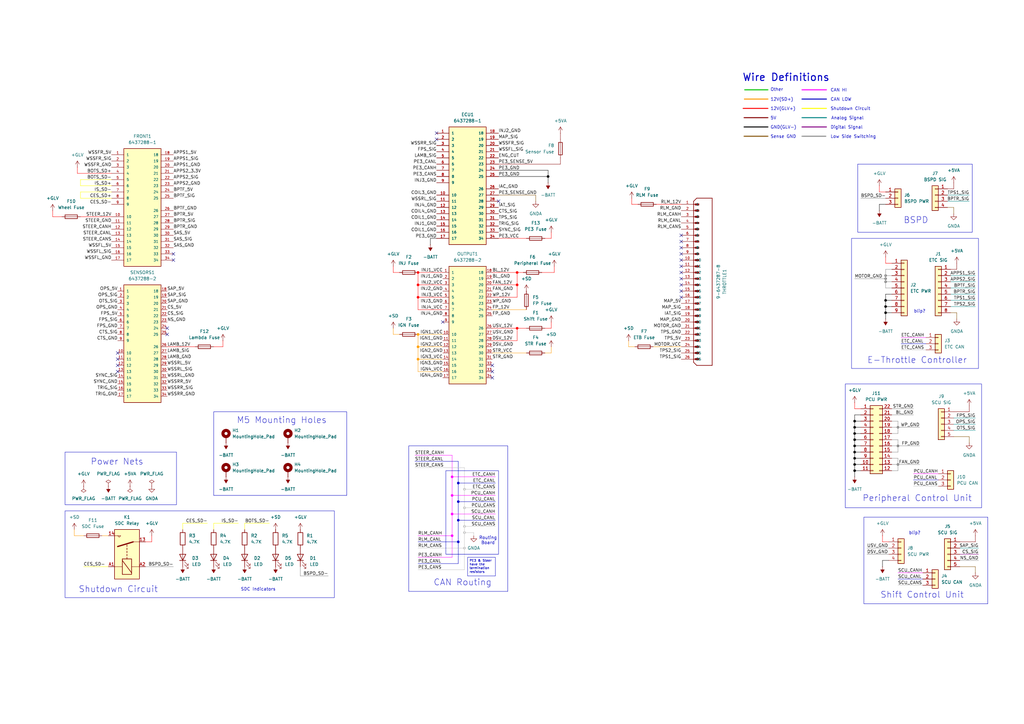
<source format=kicad_sch>
(kicad_sch (version 20231120) (generator "eeschema") (generator_version "8.0")
  (paper "A3")
  (junction (at 350.52 177.8) (color 0 0 0 1))
  (junction (at 350.52 187.96) (color 0 0 0 1))
  (junction (at 190.5 218.44) (color 194 194 194 1))
  (junction (at 212.09 116.84) (color 255 0 0 1))
  (junction (at 171.45 142.24) (color 255 153 0 1))
  (junction (at 363.22 125.73) (color 0 0 0 1))
  (junction (at 187.96 222.25) (color 0 0 194 1))
  (junction (at 350.52 190.5) (color 0 0 0 1))
  (junction (at 187.96 213.36) (color 0 0 194 1))
  (junction (at 190.5 224.79) (color 194 194 194 1))
  (junction (at 190.5 200.66) (color 194 194 194 1))
  (junction (at 350.52 172.72) (color 0 0 0 1))
  (junction (at 185.42 210.82) (color 255 0 255 1))
  (junction (at 190.5 208.28) (color 194 194 194 1))
  (junction (at 187.96 198.12) (color 0 0 194 1))
  (junction (at 185.42 203.2) (color 255 0 255 1))
  (junction (at 171.45 137.16) (color 255 153 0 1))
  (junction (at 350.52 180.34) (color 0 0 0 1))
  (junction (at 171.45 147.32) (color 255 153 0 1))
  (junction (at 368.3 190.5) (color 132 132 132 1))
  (junction (at 350.52 182.88) (color 0 0 0 1))
  (junction (at 212.09 134.62) (color 255 0 0 1))
  (junction (at 368.3 175.26) (color 132 132 132 1))
  (junction (at 350.52 175.26) (color 0 0 0 1))
  (junction (at 350.52 185.42) (color 0 0 0 1))
  (junction (at 363.22 113.03) (color 132 132 132 1))
  (junction (at 350.52 193.04) (color 0 0 0 1))
  (junction (at 363.22 128.27) (color 0 0 0 1))
  (junction (at 212.09 111.76) (color 255 0 0 1))
  (junction (at 368.3 182.88) (color 132 132 132 1))
  (junction (at 190.5 215.9) (color 194 194 194 1))
  (junction (at 171.45 116.84) (color 255 0 0 1))
  (junction (at 187.96 205.74) (color 0 0 194 1))
  (junction (at 171.45 111.76) (color 255 0 0 1))
  (junction (at 171.45 121.92) (color 255 0 0 1))
  (junction (at 363.22 114.3) (color 132 132 132 1))
  (junction (at 185.42 219.71) (color 255 0 255 1))
  (junction (at 185.42 195.58) (color 255 0 255 1))
  (junction (at 224.79 72.39) (color 0 0 0 1))
  (junction (at 363.22 123.19) (color 0 0 0 1))
  (junction (at 363.22 115.57) (color 132 132 132 1))
  (no_connect (at 279.4 99.06))
  (no_connect (at 179.07 54.61))
  (no_connect (at 48.26 149.86))
  (no_connect (at 71.12 104.14))
  (no_connect (at 279.4 111.76))
  (no_connect (at 201.93 149.86))
  (no_connect (at 279.4 109.22))
  (no_connect (at 201.93 152.4))
  (no_connect (at 279.4 101.6))
  (no_connect (at 279.4 104.14))
  (no_connect (at 201.93 154.94))
  (no_connect (at 279.4 116.84))
  (no_connect (at 48.26 147.32))
  (no_connect (at 68.58 137.16))
  (no_connect (at 279.4 119.38))
  (no_connect (at 279.4 96.52))
  (no_connect (at 48.26 152.4))
  (no_connect (at 279.4 114.3))
  (no_connect (at 279.4 106.68))
  (no_connect (at 279.4 121.92))
  (no_connect (at 181.61 132.08))
  (no_connect (at 71.12 106.68))
  (no_connect (at 48.26 144.78))
  (no_connect (at 204.47 82.55))
  (no_connect (at 179.07 57.15))
  (no_connect (at 68.58 134.62))
  (wire (pts (xy 400.05 120.65) (xy 389.89 120.65)) (stroke (width 0) (color 0 132 132 1)))
  (wire (pts (xy 391.16 85.09) (xy 388.62 85.09)) (stroke (width 0) (color 128 77 0 1)))
  (wire (pts (xy 71.12 232.41) (xy 59.69 232.41)) (stroke (width 0) (color 132 132 132 1)))
  (wire (pts (xy 350.52 187.96) (xy 353.06 187.96)) (stroke (width 0) (color 0 0 0 1)))
  (wire (pts (xy 350.52 172.72) (xy 350.52 170.18)) (stroke (width 0) (color 0 0 0 1)))
  (wire (pts (xy 171.45 127) (xy 181.61 127)) (stroke (width 0) (color 255 0 0 1)))
  (wire (pts (xy 204.47 72.39) (xy 224.79 72.39)) (stroke (width 0) (color 0 0 0 1)))
  (wire (pts (xy 190.5 218.44) (xy 190.5 224.79)) (stroke (width 0) (color 194 194 194 1)))
  (wire (pts (xy 353.06 81.28) (xy 363.22 81.28)) (stroke (width 0) (color 132 132 132 1)))
  (wire (pts (xy 350.52 187.96) (xy 350.52 185.42)) (stroke (width 0) (color 0 0 0 1)))
  (wire (pts (xy 392.43 128.27) (xy 389.89 128.27)) (stroke (width 0) (color 128 77 0 1)))
  (wire (pts (xy 203.2 198.12) (xy 187.96 198.12)) (stroke (width 0) (color 0 0 194 1)))
  (wire (pts (xy 190.5 218.44) (xy 190.5 215.9)) (stroke (width 0) (color 194 194 194 1)))
  (wire (pts (xy 33.02 76.2) (xy 45.72 76.2)) (stroke (width 0) (color 255 255 0 1)))
  (wire (pts (xy 363.22 110.49) (xy 365.76 110.49)) (stroke (width 0) (color 132 132 132 1)))
  (wire (pts (xy 190.5 215.9) (xy 190.5 208.28)) (stroke (width 0) (color 194 194 194 1)))
  (wire (pts (xy 360.68 83.82) (xy 363.22 83.82)) (stroke (width 0) (color 0 0 0 1)))
  (wire (pts (xy 204.47 69.85) (xy 224.79 69.85)) (stroke (width 0) (color 0 0 0 1)))
  (wire (pts (xy 393.7 222.25) (xy 400.05 222.25)) (stroke (width 0) (color 132 0 0 1)))
  (wire (pts (xy 384.81 194.31) (xy 374.65 194.31)) (stroke (width 0) (color 255 0 255 1)))
  (bus (pts (xy 328.93 55.88) (xy 338.709 55.88)) (stroke (width 0.4) (color 132 132 132 1)))
  (wire (pts (xy 33.02 81.28) (xy 45.72 81.28)) (stroke (width 0) (color 255 255 0 1)))
  (wire (pts (xy 203.2 215.9) (xy 190.5 215.9)) (stroke (width 0) (color 194 194 194 1)))
  (wire (pts (xy 363.22 114.3) (xy 363.22 113.03)) (stroke (width 0) (color 132 132 132 1)))
  (wire (pts (xy 21.59 88.9) (xy 25.4 88.9)) (stroke (width 0) (color 255 0 0 1)))
  (wire (pts (xy 187.96 198.12) (xy 187.96 205.74)) (stroke (width 0) (color 0 0 194 1)))
  (wire (pts (xy 30.48 219.71) (xy 34.29 219.71)) (stroke (width 0) (color 255 153 0 1)))
  (wire (pts (xy 171.45 224.79) (xy 190.5 224.79)) (stroke (width 0) (color 194 194 194 1)))
  (wire (pts (xy 363.22 107.95) (xy 363.22 105.41)) (stroke (width 0) (color 255 0 0 1)))
  (wire (pts (xy 368.3 177.8) (xy 365.76 177.8)) (stroke (width 0) (color 132 132 132 1)))
  (wire (pts (xy 171.45 116.84) (xy 181.61 116.84)) (stroke (width 0) (color 255 0 0 1)))
  (wire (pts (xy 204.47 67.31) (xy 229.87 67.31)) (stroke (width 0) (color 132 0 0 1)))
  (wire (pts (xy 350.52 165.1) (xy 350.52 167.64)) (stroke (width 0) (color 255 0 0 1)))
  (wire (pts (xy 350.52 193.04) (xy 353.06 193.04)) (stroke (width 0) (color 0 0 0 1)))
  (wire (pts (xy 171.45 137.16) (xy 181.61 137.16)) (stroke (width 0) (color 255 153 0 1)))
  (wire (pts (xy 350.52 177.8) (xy 353.06 177.8)) (stroke (width 0) (color 0 0 0 1)))
  (wire (pts (xy 203.2 208.28) (xy 190.5 208.28)) (stroke (width 0) (color 194 194 194 1)))
  (wire (pts (xy 350.52 175.26) (xy 353.06 175.26)) (stroke (width 0) (color 0 0 0 1)))
  (wire (pts (xy 397.51 80.01) (xy 388.62 80.01)) (stroke (width 0) (color 0 132 132 1)))
  (wire (pts (xy 227.33 109.22) (xy 227.33 111.76)) (stroke (width 0) (color 255 0 0 1)))
  (wire (pts (xy 187.96 189.23) (xy 187.96 198.12)) (stroke (width 0) (color 0 0 194 1)))
  (wire (pts (xy 190.5 191.77) (xy 170.18 191.77)) (stroke (width 0) (color 194 194 194 1)))
  (wire (pts (xy 171.45 222.25) (xy 187.96 222.25)) (stroke (width 0) (color 0 0 194 1)))
  (wire (pts (xy 185.42 195.58) (xy 203.2 195.58)) (stroke (width 0) (color 255 0 255 1)))
  (wire (pts (xy 33.02 88.9) (xy 45.72 88.9)) (stroke (width 0) (color 255 0 0 1)))
  (wire (pts (xy 361.95 229.87) (xy 364.49 229.87)) (stroke (width 0) (color 0 0 0 1)))
  (bus (pts (xy 305.181 48.26) (xy 314.96 48.26)) (stroke (width 0.4) (color 132 0 0 1)))
  (wire (pts (xy 363.22 128.27) (xy 365.76 128.27)) (stroke (width 0) (color 0 0 0 1)))
  (wire (pts (xy 269.24 83.82) (xy 279.4 83.82)) (stroke (width 0) (color 255 0 0 1)))
  (wire (pts (xy 226.06 97.79) (xy 226.06 95.25)) (stroke (width 0) (color 255 0 0 1)))
  (wire (pts (xy 350.52 193.04) (xy 350.52 190.5)) (stroke (width 0) (color 0 0 0 1)))
  (wire (pts (xy 185.42 210.82) (xy 185.42 203.2)) (stroke (width 0) (color 255 0 255 1)))
  (wire (pts (xy 355.6 224.79) (xy 364.49 224.79)) (stroke (width 0) (color 132 132 132 1)))
  (wire (pts (xy 33.02 73.66) (xy 33.02 76.2)) (stroke (width 0) (color 255 255 0 1)))
  (wire (pts (xy 368.3 180.34) (xy 365.76 180.34)) (stroke (width 0) (color 132 132 132 1)))
  (wire (pts (xy 41.91 219.71) (xy 44.45 219.71)) (stroke (width 0) (color 255 153 0 1)))
  (wire (pts (xy 171.45 147.32) (xy 171.45 152.4)) (stroke (width 0) (color 255 153 0 1)))
  (wire (pts (xy 224.79 74.93) (xy 224.79 72.39)) (stroke (width 0) (color 0 0 0 1)))
  (wire (pts (xy 185.42 219.71) (xy 185.42 210.82)) (stroke (width 0) (color 255 0 255 1)))
  (wire (pts (xy 185.42 228.6) (xy 185.42 219.71)) (stroke (width 0) (color 255 0 255 1)))
  (wire (pts (xy 350.52 177.8) (xy 350.52 175.26)) (stroke (width 0) (color 0 0 0 1)))
  (wire (pts (xy 368.3 172.72) (xy 365.76 172.72)) (stroke (width 0) (color 132 132 132 1)))
  (wire (pts (xy 212.09 116.84) (xy 212.09 121.92)) (stroke (width 0) (color 255 0 0 1)))
  (wire (pts (xy 397.51 179.07) (xy 391.16 179.07)) (stroke (width 0) (color 128 77 0 1)))
  (wire (pts (xy 31.75 68.58) (xy 31.75 71.12)) (stroke (width 0) (color 255 0 0 1)))
  (wire (pts (xy 363.22 118.11) (xy 365.76 118.11)) (stroke (width 0) (color 132 132 132 1)))
  (wire (pts (xy 201.93 116.84) (xy 212.09 116.84)) (stroke (width 0) (color 255 0 0 1)))
  (wire (pts (xy 368.3 187.96) (xy 368.3 190.5)) (stroke (width 0) (color 132 132 132 1)))
  (wire (pts (xy 368.3 185.42) (xy 365.76 185.42)) (stroke (width 0) (color 132 132 132 1)))
  (wire (pts (xy 360.68 78.74) (xy 360.68 76.2)) (stroke (width 0) (color 255 0 0 1)))
  (wire (pts (xy 185.42 186.69) (xy 170.18 186.69)) (stroke (width 0) (color 255 0 255 1)))
  (wire (pts (xy 203.2 213.36) (xy 187.96 213.36)) (stroke (width 0) (color 0 0 194 1)))
  (wire (pts (xy 87.63 214.63) (xy 87.63 217.17)) (stroke (width 0) (color 255 255 0 1)))
  (wire (pts (xy 374.65 170.18) (xy 365.76 170.18)) (stroke (width 0) (color 132 132 132 1)))
  (wire (pts (xy 187.96 213.36) (xy 187.96 222.25)) (stroke (width 0) (color 0 0 194 1)))
  (wire (pts (xy 185.42 203.2) (xy 185.42 195.58)) (stroke (width 0) (color 255 0 255 1)))
  (wire (pts (xy 388.62 77.47) (xy 391.16 77.47)) (stroke (width 0) (color 132 0 0 1)))
  (wire (pts (xy 379.73 138.43) (xy 369.57 138.43)) (stroke (width 0) (color 255 0 255 1)))
  (wire (pts (xy 355.6 227.33) (xy 364.49 227.33)) (stroke (width 0) (color 132 132 132 1)))
  (bus (pts (xy 305.435 36.83) (xy 314.96 36.83)) (stroke (width 0.4) (color 0 194 0 1)))
  (wire (pts (xy 392.43 130.81) (xy 392.43 128.27)) (stroke (width 0) (color 128 77 0 1)))
  (bus (pts (xy 305.181 52.07) (xy 314.96 52.07)) (stroke (width 0.4) (color 0 0 0 1)))
  (wire (pts (xy 368.3 190.5) (xy 377.19 190.5)) (stroke (width 0) (color 132 132 132 1)))
  (wire (pts (xy 226.06 132.08) (xy 226.06 134.62)) (stroke (width 0) (color 255 0 0 1)))
  (wire (pts (xy 62.23 222.25) (xy 59.69 222.25)) (stroke (width 0) (color 255 0 0 1)))
  (wire (pts (xy 257.81 139.7) (xy 257.81 142.24)) (stroke (width 0) (color 255 153 0 1)))
  (wire (pts (xy 350.52 170.18) (xy 353.06 170.18)) (stroke (width 0) (color 0 0 0 1)))
  (wire (pts (xy 259.08 83.82) (xy 261.62 83.82)) (stroke (width 0) (color 255 0 0 1)))
  (wire (pts (xy 187.96 222.25) (xy 187.96 231.14)) (stroke (width 0) (color 0 0 194 1)))
  (wire (pts (xy 363.22 107.95) (xy 365.76 107.95)) (stroke (width 0) (color 255 0 0 1)))
  (wire (pts (xy 368.3 172.72) (xy 368.3 175.26)) (stroke (width 0) (color 132 132 132 1)))
  (wire (pts (xy 363.22 128.27) (xy 363.22 125.73)) (stroke (width 0) (color 0 0 0 1)))
  (wire (pts (xy 190.5 233.68) (xy 190.5 224.79)) (stroke (width 0) (color 194 194 194 1)))
  (wire (pts (xy 201.93 134.62) (xy 212.09 134.62)) (stroke (width 0) (color 255 0 0 1)))
  (wire (pts (xy 201.93 127) (xy 215.9 127)) (stroke (width 0) (color 255 153 0 1)))
  (wire (pts (xy 391.16 87.63) (xy 391.16 85.09)) (stroke (width 0) (color 128 77 0 1)))
  (bus (pts (xy 304.8 44.45) (xy 314.96 44.45)) (stroke (width 0.4) (color 255 0 0 1)))
  (wire (pts (xy 350.52 167.64) (xy 353.06 167.64)) (stroke (width 0) (color 255 0 0 1)))
  (wire (pts (xy 363.22 120.65) (xy 365.76 120.65)) (stroke (width 0) (color 0 0 0 1)))
  (wire (pts (xy 171.45 111.76) (xy 181.61 111.76)) (stroke (width 0) (color 255 0 0 1)))
  (wire (pts (xy 379.73 140.97) (xy 369.57 140.97)) (stroke (width 0) (color 0 0 194 1)))
  (bus (pts (xy 328.93 36.83) (xy 338.963 36.83)) (stroke (width 0.4) (color 255 0 255 1)))
  (wire (pts (xy 203.2 205.74) (xy 187.96 205.74)) (stroke (width 0) (color 0 0 194 1)))
  (wire (pts (xy 379.73 143.51) (xy 369.57 143.51)) (stroke (width 0) (color 194 194 194 1)))
  (wire (pts (xy 400.05 123.19) (xy 389.89 123.19)) (stroke (width 0) (color 0 132 132 1)))
  (wire (pts (xy 161.29 137.16) (xy 163.83 137.16)) (stroke (width 0) (color 255 153 0 1)))
  (wire (pts (xy 391.16 168.91) (xy 397.51 168.91)) (stroke (width 0) (color 132 0 0 1)))
  (wire (pts (xy 171.45 147.32) (xy 181.61 147.32)) (stroke (width 0) (color 255 153 0 1)))
  (wire (pts (xy 171.45 219.71) (xy 185.42 219.71)) (stroke (width 0) (color 255 0 255 1)))
  (bus (pts (xy 328.93 44.45) (xy 338.963 44.45)) (stroke (width 0.4) (color 255 255 0 1)))
  (wire (pts (xy 363.22 123.19) (xy 363.22 120.65)) (stroke (width 0) (color 0 0 0 1)))
  (wire (pts (xy 368.3 182.88) (xy 368.3 185.42)) (stroke (width 0) (color 132 132 132 1)))
  (wire (pts (xy 393.7 227.33) (xy 401.32 227.33)) (stroke (width 0) (color 132 0 132 1)))
  (wire (pts (xy 368.3 182.88) (xy 377.19 182.88)) (stroke (width 0) (color 132 132 132 1)))
  (wire (pts (xy 161.29 134.62) (xy 161.29 137.16)) (stroke (width 0) (color 255 153 0 1)))
  (wire (pts (xy 368.3 180.34) (xy 368.3 182.88)) (stroke (width 0) (color 132 132 132 1)))
  (wire (pts (xy 91.44 142.24) (xy 91.44 139.7)) (stroke (width 0) (color 255 0 0 1)))
  (wire (pts (xy 400.05 125.73) (xy 389.89 125.73)) (stroke (width 0) (color 0 132 132 1)))
  (wire (pts (xy 368.3 190.5) (xy 368.3 193.04)) (stroke (width 0) (color 132 132 132 1)))
  (wire (pts (xy 401.32 224.79) (xy 393.7 224.79)) (stroke (width 0) (color 0 132 132 1)))
  (wire (pts (xy 363.22 113.03) (xy 365.76 113.03)) (stroke (width 0) (color 132 132 132 1)))
  (wire (pts (xy 350.52 180.34) (xy 353.06 180.34)) (stroke (width 0) (color 0 0 0 1)))
  (wire (pts (xy 187.96 205.74) (xy 187.96 213.36)) (stroke (width 0) (color 0 0 194 1)))
  (wire (pts (xy 171.45 121.92) (xy 171.45 127)) (stroke (width 0) (color 255 0 0 1)))
  (wire (pts (xy 229.87 54.61) (xy 229.87 57.15)) (stroke (width 0) (color 132 0 0 1)))
  (wire (pts (xy 350.52 190.5) (xy 350.52 187.96)) (stroke (width 0) (color 0 0 0 1)))
  (wire (pts (xy 378.46 234.95) (xy 368.3 234.95)) (stroke (width 0) (color 255 0 255 1)))
  (wire (pts (xy 384.81 199.39) (xy 374.65 199.39)) (stroke (width 0) (color 194 194 194 1)))
  (wire (pts (xy 171.45 233.68) (xy 190.5 233.68)) (stroke (width 0) (color 194 194 194 1)))
  (wire (pts (xy 190.5 218.44) (xy 194.31 218.44)) (stroke (width 0) (color 194 194 194 1)))
  (wire (pts (xy 123.19 236.22) (xy 134.62 236.22)) (stroke (width 0) (color 132 132 132 1)))
  (wire (pts (xy 194.31 218.44) (xy 194.31 219.71)) (stroke (width 0) (color 194 194 194 1)))
  (wire (pts (xy 204.47 97.79) (xy 215.9 97.79)) (stroke (width 0) (color 255 0 0 1)))
  (wire (pts (xy 171.45 142.24) (xy 181.61 142.24)) (stroke (width 0) (color 255 153 0 1)))
  (wire (pts (xy 363.22 123.19) (xy 365.76 123.19)) (stroke (width 0) (color 0 0 0 1)))
  (wire (pts (xy 74.93 214.63) (xy 74.93 217.17)) (stroke (width 0) (color 255 255 0 1)))
  (wire (pts (xy 100.33 214.63) (xy 100.33 217.17)) (stroke (width 0) (color 255 255 0 1)))
  (wire (pts (xy 171.45 142.24) (xy 171.45 147.32)) (stroke (width 0) (color 255 153 0 1)))
  (wire (pts (xy 226.06 97.79) (xy 223.52 97.79)) (stroke (width 0) (color 255 0 0 1)))
  (wire (pts (xy 350.52 175.26) (xy 350.52 172.72)) (stroke (width 0) (color 0 0 0 1)))
  (wire (pts (xy 350.52 172.72) (xy 353.06 172.72)) (stroke (width 0) (color 0 0 0 1)))
  (wire (pts (xy 350.52 195.58) (xy 350.52 193.04)) (stroke (width 0) (color 0 0 0 1)))
  (wire (pts (xy 361.95 222.25) (xy 364.49 222.25)) (stroke (width 0) (color 255 0 0 1)))
  (wire (pts (xy 392.43 110.49) (xy 392.43 107.95)) (stroke (width 0) (color 132 0 0 1)))
  (wire (pts (xy 360.68 86.36) (xy 360.68 83.82)) (stroke (width 0) (color 0 0 0 1)))
  (wire (pts (xy 361.95 232.41) (xy 361.95 229.87)) (stroke (width 0) (color 0 0 0 1)))
  (wire (pts (xy 33.02 78.74) (xy 33.02 81.28)) (stroke (width 0) (color 255 255 0 1)))
  (wire (pts (xy 91.44 142.24) (xy 87.63 142.24)) (stroke (width 0) (color 255 0 0 1)))
  (wire (pts (xy 400.05 113.03) (xy 389.89 113.03)) (stroke (width 0) (color 0 132 132 1)))
  (wire (pts (xy 161.29 111.76) (xy 161.29 109.22)) (stroke (width 0) (color 255 0 0 1)))
  (wire (pts (xy 227.33 111.76) (xy 222.25 111.76)) (stroke (width 0) (color 255 0 0 1)))
  (bus (pts (xy 328.93 40.64) (xy 338.963 40.64)) (stroke (width 0.4) (color 0 0 194 1)))
  (bus (pts (xy 305.308 40.64) (xy 314.96 40.64)) (stroke (width 0.4) (color 255 153 0 1)))
  (wire (pts (xy 171.45 137.16) (xy 171.45 142.24)) (stroke (width 0) (color 255 153 0 1)))
  (wire (pts (xy 363.22 114.3) (xy 363.22 115.57)) (stroke (width 0) (color 132 132 132 1)))
  (wire (pts (xy 368.3 175.26) (xy 377.19 175.26)) (stroke (width 0) (color 132 132 132 1)))
  (wire (pts (xy 190.5 200.66) (xy 190.5 191.77)) (stroke (width 0) (color 194 194 194 1)))
  (wire (pts (xy 185.42 195.58) (xy 185.42 186.69)) (stroke (width 0) (color 255 0 255 1)))
  (wire (pts (xy 30.48 217.17) (xy 30.48 219.71)) (stroke (width 0) (color 255 153 0 1)))
  (wire (pts (xy 201.93 139.7) (xy 212.09 139.7)) (stroke (width 0) (color 255 0 0 1)))
  (wire (pts (xy 171.45 111.76) (xy 171.45 116.84)) (stroke (width 0) (color 255 0 0 1)))
  (wire (pts (xy 171.45 152.4) (xy 181.61 152.4)) (stroke (width 0) (color 255 153 0 1)))
  (wire (pts (xy 74.93 214.63) (xy 85.09 214.63)) (stroke (width 0) (color 255 255 0 1)))
  (wire (pts (xy 171.45 121.92) (xy 181.61 121.92)) (stroke (width 0) (color 255 0 0 1)))
  (wire (pts (xy 161.29 111.76) (xy 163.83 111.76)) (stroke (width 0) (color 255 0 0 1)))
  (wire (pts (xy 21.59 86.36) (xy 21.59 88.9)) (stroke (width 0) (color 255 0 0 1)))
  (wire (pts (xy 100.33 214.63) (xy 110.49 214.63)) (stroke (width 0) (color 255 255 0 1)))
  (wire (pts (xy 368.3 193.04) (xy 365.76 193.04)) (stroke (width 0) (color 132 132 132 1)))
  (wire (pts (xy 203.2 210.82) (xy 185.42 210.82)) (stroke (width 0) (color 255 0 255 1)))
  (wire (pts (xy 393.7 232.41) (xy 400.05 232.41)) (stroke (width 0) (color 128 77 0 1)))
  (wire (pts (xy 170.18 189.23) (xy 187.96 189.23)) (stroke (width 0) (color 0 0 194 1)))
  (wire (pts (xy 363.22 113.03) (xy 363.22 110.49)) (stroke (width 0) (color 132 132 132 1)))
  (wire (pts (xy 393.7 229.87) (xy 401.32 229.87)) (stroke (width 0) (color 132 132 132 1)))
  (wire (pts (xy 87.63 214.63) (xy 97.79 214.63)) (stroke (width 0) (color 255 255 0 1)))
  (wire (pts (xy 201.93 111.76) (xy 212.09 111.76)) (stroke (width 0) (color 255 0 0 1)))
  (wire (pts (xy 360.68 78.74) (xy 363.22 78.74)) (stroke (width 0) (color 255 0 0 1)))
  (wire (pts (xy 368.3 175.26) (xy 368.3 177.8)) (stroke (width 0) (color 132 132 132 1)))
  (wire (pts (xy 219.71 82.55) (xy 219.71 80.01)) (stroke (width 0) (color 128 77 0 1)))
  (wire (pts (xy 397.51 181.61) (xy 397.51 179.07)) (stroke (width 0) (color 128 77 0 1)))
  (wire (pts (xy 378.46 237.49) (xy 368.3 237.49)) (stroke (width 0) (color 0 0 194 1)))
  (wire (pts (xy 363.22 125.73) (xy 365.76 125.73)) (stroke (width 0) (color 0 0 0 1)))
  (wire (pts (xy 171.45 228.6) (xy 185.42 228.6)) (stroke (width 0) (color 255 0 255 1)))
  (wire (pts (xy 226.06 144.78) (xy 223.52 144.78)) (stroke (width 0) (color 255 153 0 1)))
  (wire (pts (xy 45.72 73.66) (xy 33.02 73.66)) (stroke (width 0) (color 255 255 0 1)))
  (wire (pts (xy 350.52 185.42) (xy 353.06 185.42)) (stroke (width 0) (color 0 0 0 1)))
  (bus (pts (xy 328.93 48.26) (xy 338.963 48.26)) (stroke (width 0.4) (color 0 132 132 1)))
  (wire (pts (xy 187.96 231.14) (xy 171.45 231.14)) (stroke (width 0) (color 0 0 194 1)))
  (wire (pts (xy 259.08 81.28) (xy 259.08 83.82)) (stroke (width 0) (color 255 0 0 1)))
  (wire (pts (xy 214.63 111.76) (xy 212.09 111.76)) (stroke (width 0) (color 255 0 0 1)))
  (wire (pts (xy 350.52 114.3) (xy 363.22 114.3)) (stroke (width 0) (color 132 132 132 1)))
  (wire (pts (xy 350.52 185.42) (xy 350.52 182.88)) (stroke (width 0) (color 0 0 0 1)))
  (wire (pts (xy 363.22 130.81) (xy 363.22 128.27)) (stroke (width 0) (color 0 0 0 1)))
  (wire (pts (xy 34.29 232.41) (xy 44.45 232.41)) (stroke (width 0) (color 255 255 0 1)))
  (wire (pts (xy 391.16 171.45) (xy 400.05 171.45)) (stroke (width 0) (color 0 132 132 1)))
  (wire (pts (xy 397.51 168.91) (xy 397.51 166.37)) (stroke (width 0) (color 132 0 0 1)))
  (wire (pts (xy 190.5 208.28) (xy 190.5 200.66)) (stroke (width 0) (color 194 194 194 1)))
  (wire (pts (xy 400.05 118.11) (xy 389.89 118.11)) (stroke (width 0) (color 0 132 132 1)))
  (wire (pts (xy 226.06 134.62) (xy 223.52 134.62)) (stroke (width 0) (color 255 0 0 1)))
  (wire (pts (xy 176.53 100.33) (xy 176.53 97.79)) (stroke (width 0) (color 0 0 0 1)))
  (wire (pts (xy 62.23 219.71) (xy 62.23 222.25)) (stroke (width 0) (color 255 0 0 1)))
  (wire (pts (xy 68.58 142.24) (xy 80.01 142.24)) (stroke (width 0) (color 255 0 0 1)))
  (wire (pts (xy 363.22 125.73) (xy 363.22 123.19)) (stroke (width 0) (color 0 0 0 1)))
  (wire (pts (xy 363.22 115.57) (xy 365.76 115.57)) (stroke (width 0) (color 132 132 132 1)))
  (wire (pts (xy 368.3 182.88) (xy 365.76 182.88)) (stroke (width 0) (color 132 132 132 1)))
  (wire (pts (xy 45.72 78.74) (xy 33.02 78.74)) (stroke (width 0) (color 255 255 0 1)))
  (wire (pts (xy 363.22 115.57) (xy 363.22 118.11)) (stroke (width 0) (color 132 132 132 1)))
  (wire (pts (xy 368.3 190.5) (xy 365.76 190.5)) (stroke (width 0) (color 132 132 132 1)))
  (wire (pts (xy 229.87 67.31) (xy 229.87 64.77)) (stroke (width 0) (color 132 0 0 1)))
  (wire (pts (xy 350.52 180.34) (xy 350.52 177.8)) (stroke (width 0) (color 0 0 0 1)))
  (wire (pts (xy 368.3 175.26) (xy 365.76 175.26)) (stroke (width 0) (color 132 132 132 1)))
  (wire (pts (xy 176.53 97.79) (xy 179.07 97.79)) (stroke (width 0) (color 0 0 0 1)))
  (wire (pts (xy 171.45 116.84) (xy 171.45 121.92)) (stroke (width 0) (color 255 0 0 1)))
  (wire (pts (xy 215.9 134.62) (xy 212.09 134.62)) (stroke (width 0) (color 255 0 0 1)))
  (wire (pts (xy 203.2 203.2) (xy 185.42 203.2)) (stroke (width 0) (color 255 0 255 1)))
  (wire (pts (xy 203.2 200.66) (xy 190.5 200.66)) (stroke (width 0) (color 194 194 194 1)))
  (wire (pts (xy 361.95 222.25) (xy 361.95 219.71)) (stroke (width 0) (color 255 0 0 1)))
  (wire (pts (xy 391.16 176.53) (xy 400.05 176.53)) (stroke (width 0) (color 0 132 132 1)))
  (wire (pts (xy 201.93 144.78) (xy 215.9 144.78)) (stroke (width 0) (color 255 153 0 1)))
  (wire (pts (xy 368.3 187.96) (xy 365.76 187.96)) (stroke (width 0) (color 132 132 132 1)))
  (wire (pts (xy 212.09 134.62) (xy 212.09 139.7)) (stroke (width 0) (color 255 0 0 1)))
  (wire (pts (xy 400.05 234.95) (xy 400.05 232.41)) (stroke (width 0) (color 128 77 0 1)))
  (wire (pts (xy 374.65 167.64) (xy 365.76 167.64)) (stroke (width 0) (color 132 132 132 1)))
  (wire (pts (xy 350.52 190.5) (xy 353.06 190.5)) (stroke (width 0) (color 0 0 0 1)))
  (wire (pts (xy 226.06 142.24) (xy 226.06 144.78)) (stroke (width 0) (color 255 153 0 1)))
  (wire (pts (xy 219.71 80.01) (xy 204.47 80.01)) (stroke (width 0) (color 128 77 0 1)))
  (wire (pts (xy 350.52 182.88) (xy 350.52 180.34)) (stroke (width 0) (color 0 0 0 1)))
  (wire (pts (xy 201.93 121.92) (xy 212.09 121.92)) (stroke (width 0) (color 255 0 0 1)))
  (bus (pts (xy 328.93 52.07) (xy 338.963 52.07)) (stroke (width 0.4) (color 132 0 132 1)))
  (bus (pts (xy 305.181 55.88) (xy 314.96 55.88)) (stroke (width 0.4) (color 128 77 0 1)))
  (wire (pts (xy 123.19 232.41) (xy 123.19 236.22)) (stroke (width 0) (color 132 132 132 1)))
  (wire (pts (xy 267.97 142.24) (xy 279.4 142.24)) (stroke (width 0) (color 255 153 0 1)))
  (wire (pts (xy 212.09 111.76) (xy 212.09 116.84)) (stroke (width 0) (color 255 0 0 1)))
  (wire (pts (xy 400.05 115.57) (xy 389.89 115.57)) (stroke (width 0) (color 0 132 132 1)))
  (wire (pts (xy 224.79 69.85) (xy 224.79 72.39)) (stroke (width 0) (color 0 0 0 1)))
  (wire (pts (xy 391.16 77.47) (xy 391.16 74.93)) (stroke (width 0) (color 132 0 0 1)))
  (wire (pts (xy 391.16 173.99) (xy 400.05 173.99)) (stroke (width 0) (color 0 132 132 1)))
  (wire (pts (xy 392.43 110.49) (xy 389.89 110.49)) (stroke (width 0) (color 132 0 0 1)))
  (wire (pts (xy 397.51 82.55) (xy 388.62 82.55)) (stroke (width 0) (color 0 132 132 1)))
  (wire (pts (xy 257.81 142.24) (xy 260.35 142.24)) (stroke (width 0) (color 255 153 0 1)))
  (wire (pts (xy 378.46 240.03) (xy 368.3 240.03)) (stroke (width 0) (color 194 194 194 1)))
  (wire (pts (xy 31.75 71.12) (xy 45.72 71.12)) (stroke (width 0) (color 255 0 0 1)))
  (wire (pts (xy 384.81 196.85) (xy 374.65 196.85)) (stroke (width 0) (color 0 0 194 1)))
  (wire (pts (xy 350.52 182.88) (xy 353.06 182.88)) (stroke (width 0) (color 0 0 0 1)))
  (wire (pts (xy 400.05 222.25) (xy 400.05 219.71)) (stroke (width 0) (color 132 0 0 1)))
  (rectangle (start 346.71 157.48) (end 402.59 208.28))
  (rectangle (start 349.25 97.79) (end 401.32 151.13))
  (rectangle (start 351.79 67.31) (end 398.78 95.25))
  (rectangle (start 26.67 185.42) (end 72.39 207.01))
  (rectangle (start 182.88 193.04) (end 204.47 227.33))
  (rectangle (start 87.63 168.91) (end 142.24 203.2))
  (rectangle (start 167.64 182.88) (end 208.28 242.57))
  (rectangle (start 354.33 212.09) (end 405.13 247.65))
  (rectangle (start 26.67 209.55) (end 137.16 245.11))
  (text_box "PE3 & Steer\nhave the\ntermination\nresistors" (at 191.77 228.6 0) (size 11.43 7.62) (effects (font (size 0.9525 0.9525)) (justify left top)))
  (text "Shutdown Circuit" (at 48.514 241.808 0) (effects (font (size 2.54 2.54))))
  (text "BSPD" (at 375.666 90.424 0) (effects (font (size 2.54 2.54))))
  (text "Digital Signal" (at 340.614 53.086 0) (effects (font (size 1.27 1.27)) (justify left bottom)))
  (text "Power Nets" (at 48.006 189.484 0) (effects (font (size 2.54 2.54))))
  (text "12V(SD+)" (at 315.976 41.656 0) (effects (font (size 1.27 1.27)) (justify left bottom)))
  (text "Shutdown Circuit" (at 340.614 45.466 0) (effects (font (size 1.27 1.27)) (justify left bottom)))
  (text "Wire Definitions" (at 304.419 33.655 0) (effects (font (size 3 3) (thickness 0.4) (bold yes)) (justify left bottom)))
  (text "Low Side Switching" (at 340.614 56.896 0) (effects (font (size 1.27 1.27)) (justify left bottom)))
  (text "CAN Routing" (at 189.738 239.014 0) (effects (font (size 2.54 2.54))))
  (text "CAN HI" (at 340.614 37.846 0) (effects (font (size 1.27 1.27)) (justify left bottom)))
  (text "Peripheral Control Unit" (at 376.174 204.47 0) (effects (font (size 2.54 2.54))))
  (text "Other" (at 315.976 37.592 0) (effects (font (size 1.27 1.27)) (justify left bottom)))
  (text "Shift Control Unit" (at 378.206 244.094 0) (effects (font (size 2.54 2.54))))
  (text "E-Throttle Controller" (at 376.174 147.828 0) (effects (font (size 2.54 2.54))))
  (text "5V" (at 315.976 49.276 0) (effects (font (size 1.27 1.27)) (justify left bottom)))
  (text "M5 Mounting Holes" (at 115.57 172.466 0) (effects (font (size 2.54 2.54))))
  (text "Routing\nBoard" (at 200.152 221.742 0) (effects (font (size 1.27 1.27))))
  (text "blip?\n" (at 377.19 127.762 0) (effects (font (size 1.27 1.27))))
  (text "Analog Signal" (at 340.868 49.276 0) (effects (font (size 1.27 1.27)) (justify left bottom)))
  (text "Sense GND" (at 315.976 56.896 0) (effects (font (size 1.27 1.27)) (justify left bottom)))
  (text "SDC Indicators" (at 105.918 241.808 0) (effects (font (size 1.27 1.27))))
  (text "CAN LOW" (at 340.614 41.656 0) (effects (font (size 1.27 1.27)) (justify left bottom)))
  (text "blip?\n" (at 375.158 218.694 0) (effects (font (size 1.27 1.27))))
  (text "GND(GLV-)" (at 315.976 53.086 0) (effects (font (size 1.27 1.27)) (justify left bottom)))
  (text "12V(GLV+)" (at 315.976 45.466 0) (effects (font (size 1.27 1.27)) (justify left bottom)))
  (label "INJ2_VCC" (at 181.61 116.84 180))
  (label "SCU_CANS" (at 203.2 215.9 180))
  (label "INJ1_VCC" (at 181.61 111.76 180))
  (label "SAP_GND" (at 68.58 124.46 0))
  (label "CS_5V" (at 68.58 127 0))
  (label "BSPD_SD-" (at 71.12 232.41 180))
  (label "WSSFL_SIG" (at 45.72 104.14 180))
  (label "IS_SD+" (at 45.72 76.2 180))
  (label "STR_VCC" (at 201.93 144.78 0))
  (label "USV_GND" (at 355.6 224.79 0))
  (label "IGN1_VCC" (at 181.61 137.16 180))
  (label "WSSRR_5V" (at 68.58 157.48 0))
  (label "CES_SD-" (at 45.72 83.82 180))
  (label "CS_SIG" (at 401.32 227.33 180))
  (label "BSPD_SD-" (at 353.06 81.28 0))
  (label "OTS_SIG" (at 48.26 124.46 180))
  (label "PE3_GND" (at 204.47 69.85 0))
  (label "USV_GND" (at 201.93 137.16 0))
  (label "BPTR_5V" (at 71.12 88.9 0))
  (label "PE3_CANL" (at 179.07 67.31 180))
  (label "IGN4_GND" (at 181.61 154.94 180))
  (label "IS_SD-" (at 45.72 78.74 180))
  (label "ETC_CANS" (at 203.2 200.66 180))
  (label "FPS_SIG" (at 400.05 171.45 180))
  (label "SCU_CANS" (at 368.3 240.03 0))
  (label "RLM_CANS" (at 171.45 224.79 0))
  (label "LAMB_SIG" (at 179.07 64.77 180))
  (label "STEER_CANH" (at 45.72 93.98 180))
  (label "IAT_SIG" (at 204.47 85.09 0))
  (label "COIL4_GND" (at 179.07 87.63 180))
  (label "CES_SD-" (at 34.29 232.41 0))
  (label "CTS_SIG" (at 204.47 87.63 0))
  (label "FPS_GND" (at 48.26 134.62 180))
  (label "LAMB_GND" (at 68.58 147.32 0))
  (label "FP_12V" (at 201.93 127 0))
  (label "APPS1_SIG" (at 71.12 66.04 0))
  (label "INJ1_GND" (at 179.07 92.71 180))
  (label "IGN3_GND" (at 181.61 149.86 180))
  (label "INJ3_GND" (at 181.61 124.46 180))
  (label "APPS1_5V" (at 71.12 63.5 0))
  (label "INJ3_GND" (at 179.07 74.93 180))
  (label "ETC_CANH" (at 369.57 138.43 0))
  (label "FPS_SIG" (at 48.26 132.08 180))
  (label "SAP_SIG" (at 68.58 121.92 0))
  (label "WP_GND" (at 201.93 124.46 0))
  (label "APPS2_SIG" (at 71.12 73.66 0))
  (label "INJ2_GND" (at 181.61 119.38 180))
  (label "RLM_CANL" (at 171.45 222.25 0))
  (label "NS_GND" (at 68.58 132.08 0))
  (label "IAT_SIG" (at 279.4 129.54 180))
  (label "PE3_CANH" (at 171.45 228.6 0))
  (label "INJ1_GND" (at 181.61 114.3 180))
  (label "TPS1_SIG" (at 279.4 147.32 180))
  (label "COIL1_GND" (at 179.07 95.25 180))
  (label "SYNC_SIG" (at 48.26 154.94 180))
  (label "CTS_GND" (at 48.26 139.7 180))
  (label "STR_GND" (at 374.65 167.64 180))
  (label "TPS2_SIG" (at 279.4 144.78 180))
  (label "LAMB_12V" (at 68.58 142.24 0))
  (label "SAP_5V" (at 68.58 119.38 0))
  (label "TPS2_SIG" (at 400.05 125.73 180))
  (label "RLM_CANH" (at 279.4 88.9 180))
  (label "WSSFR_SIG" (at 204.47 59.69 0))
  (label "IGN2_GND" (at 181.61 144.78 180))
  (label "APPS2_SIG" (at 400.05 115.57 180))
  (label "WSSRL_SIG" (at 179.07 82.55 180))
  (label "INJ3_VCC" (at 181.61 121.92 180))
  (label "STEER_12V" (at 45.72 88.9 180))
  (label "PCU_CANL" (at 374.65 196.85 0))
  (label "OPS_SIG" (at 400.05 173.99 180))
  (label "CS_SIG" (at 68.58 129.54 0))
  (label "ENG_CUT" (at 204.47 64.77 0))
  (label "WSSRL_5V" (at 68.58 149.86 0))
  (label "SAP_SIG" (at 401.32 224.79 180))
  (label "IGN3_VCC" (at 181.61 147.32 180))
  (label "STR_GND" (at 201.93 147.32 0))
  (label "TRIG_SIG" (at 204.47 92.71 0))
  (label "BPTR_SIG" (at 397.51 82.55 180))
  (label "SCU_CANH" (at 203.2 210.82 180))
  (label "IGN2_VCC" (at 181.61 142.24 180))
  (label "WP_12V" (at 201.93 121.92 0))
  (label "IGN4_VCC" (at 181.61 152.4 180))
  (label "WSSFR_SIG" (at 45.72 66.04 180))
  (label "OPS_GND" (at 48.26 127 180))
  (label "INJ4_GND" (at 179.07 85.09 180))
  (label "NS_GND" (at 401.32 229.87 180))
  (label "PE3_CANL" (at 171.45 231.14 0))
  (label "SYNC_SIG" (at 204.47 95.25 0))
  (label "PE3_GND" (at 204.47 72.39 0))
  (label "WSSRR_GND" (at 68.58 162.56 0))
  (label "TRIG_SIG" (at 48.26 160.02 180))
  (label "CES_SD-" (at 85.09 214.63 180))
  (label "TPS_SIG" (at 204.47 90.17 0))
  (label "APPS2_GND" (at 71.12 76.2 0))
  (label "PE3_VCC" (at 204.47 97.79 0))
  (label "ETC_CANS" (at 369.57 143.51 0))
  (label "SCU_CANL" (at 368.3 237.49 0))
  (label "SAS_SIG" (at 71.12 99.06 0))
  (label "OTS_SIG" (at 400.05 176.53 180))
  (label "ETC_CANL" (at 369.57 140.97 0))
  (label "PE3_CANH" (at 179.07 69.85 180))
  (label "DSV_GND" (at 355.6 227.33 0))
  (label "RLM_GND" (at 279.4 86.36 180))
  (label "PCU_CANH" (at 374.65 194.31 0))
  (label "BL_GND" (at 201.93 114.3 0))
  (label "COIL3_GND" (at 179.07 80.01 180))
  (label "WSSFL_GND" (at 45.72 106.68 180))
  (label "WSSFR_GND" (at 45.72 68.58 180))
  (label "MOTOR_GND" (at 350.52 114.3 0))
  (label "DSV_GND" (at 201.93 142.24 0))
  (label "APPS1_GND" (at 71.12 68.58 0))
  (label "BPTF_GND" (at 71.12 86.36 0))
  (label "WSSRR_SIG" (at 179.07 59.69 180))
  (label "BPTF_SIG" (at 71.12 81.28 0))
  (label "PE3_CANS" (at 179.07 72.39 180))
  (label "OPS_5V" (at 48.26 119.38 180))
  (label "BPTR_SIG" (at 400.05 120.65 180))
  (label "SYNC_GND" (at 48.26 157.48 180))
  (label "WSSFR_5V" (at 45.72 63.5 180))
  (label "RLM_12V" (at 279.4 83.82 180))
  (label "PE3_SENSE_5V" (at 204.47 67.31 0))
  (label "BPTR_SIG" (at 71.12 91.44 0))
  (label "WSSRL_SIG" (at 68.58 152.4 0))
  (label "OPS_SIG" (at 48.26 121.92 180))
  (label "STEER_CANL" (at 45.72 96.52 180))
  (label "APPS2_3.3V" (at 71.12 71.12 0))
  (label "USV_12V" (at 201.93 134.62 0))
  (label "BOTS_SD-" (at 45.72 73.66 180))
  (label "IAC_GND" (at 204.47 77.47 0))
  (label "TPS1_SIG" (at 400.05 123.19 180))
  (label "TPS_GND" (at 279.4 137.16 180))
  (label "FAN_GND" (at 377.19 190.5 180))
  (label "MOTOR_VCC" (at 279.4 142.24 180))
  (label "MAP_5V" (at 279.4 124.46 180))
  (label "TPS1_SIG" (at 397.51 80.01 180))
  (label "BL_12V" (at 201.93 111.76 0))
  (label "FAN_GND" (at 201.93 119.38 0))
  (label "STEER_CANS" (at 45.72 99.06 180))
  (label "BPTR_GND" (at 71.12 93.98 0))
  (label "BPTF_5V" (at 71.12 78.74 0))
  (label "COIL1_GND" (at 179.07 90.17 180))
  (label "PCU_CANS" (at 203.2 208.28 180))
  (label "SAS_5V" (at 71.12 96.52 0))
  (label "PE3_GND" (at 179.07 97.79 180))
  (label "STEER_CANH" (at 170.18 186.69 0))
  (label "FPS_SIG" (at 179.07 62.23 180))
  (label "DSV_12V" (at 201.93 139.7 0))
  (label "STEER_CANL" (at 170.18 189.23 0))
  (label "WP_GND" (at 377.19 175.26 180))
  (label "RLM_CANS" (at 279.4 93.98 180))
  (label "PE3_SENSE_GND" (at 204.47 80.01 0))
  (label "WSSRR_SIG" (at 68.58 160.02 0))
  (label "PCU_CANH" (at 203.2 203.2 180))
  (label "SCU_CANH" (at 368.3 234.95 0))
  (label "LAMB_SIG" (at 68.58 144.78 0))
  (label "FPS_5V" (at 48.26 129.54 180))
  (label "INJ4_VCC" (at 181.61 127 180))
  (label "ETC_CANH" (at 203.2 195.58 180))
  (label "PCU_CANL" (at 203.2 205.74 180))
  (label "MAP_GND" (at 279.4 132.08 180))
  (label "BOTS_SD-" (at 110.49 214.63 180))
  (label "BPTF_SIG" (at 400.05 118.11 180))
  (label "RLM_CANL" (at 279.4 91.44 180))
  (label "ETC_CANL" (at 203.2 198.12 180))
  (label "BOTS_SD+" (at 45.72 71.12 180))
  (label "FAN_12V" (at 201.93 116.84 0))
  (label "WSSFL_SIG" (at 204.47 62.23 0))
  (label "PE3_CANS" (at 171.45 233.68 0))
  (label "BSPD_SD-" (at 134.62 236.22 180))
  (label "STEER_CANS" (at 170.18 191.77 0))
  (label "WSSFL_5V" (at 45.72 101.6 180))
  (label "MAP_SIG" (at 279.4 127 180))
  (label "TRIG_GND" (at 48.26 162.56 180))
  (label "BL_GND" (at 374.65 170.18 180))
  (label "FP_GND" (at 201.93 129.54 0))
  (label "INJ4_GND" (at 181.61 129.54 180))
  (label "SCU_CANL" (at 203.2 213.36 180))
  (label "PCU_CANS" (at 374.65 199.39 0))
  (label "CTS_SIG" (at 48.26 137.16 180))
  (label "MOTOR_GND" (at 279.4 134.62 180))
  (label "TPS_5V" (at 279.4 139.7 180))
  (label "IGN1_GND" (at 181.61 139.7 180))
  (label "MAP_SIG" (at 204.47 57.15 0))
  (label "RLM_CANH" (at 171.45 219.71 0))
  (label "CES_SD+" (at 45.72 81.28 180))
  (label "WSSRL_GND" (at 68.58 154.94 0))
  (label "STEER_GND" (at 45.72 91.44 180))
  (label "FP_GND" (at 377.19 182.88 180))
  (label "APPS1_SIG" (at 400.05 113.03 180))
  (label "SAS_GND" (at 71.12 101.6 0))
  (label "IS_SD-" (at 97.79 214.63 180))
  (label "INJ2_GND" (at 204.47 54.61 0))
  (symbol (lib_id "power:-BATT") (at 100.33 232.41 180) (unit 1)
    (property "Reference" "#PWR043" (effects (hide yes)))
    (property "Value" "-BATT" (at 100.33 237.49 0))
    (property "Description" "Power symbol creates a global label with name \"-BATT\"" (effects (hide yes)))
  )
  (symbol (lib_id "power:+VSW") (at 31.75 68.58 0) (mirror y) (unit 1)
    (property "Reference" "#PWR013" (effects (hide yes)))
    (property "Value" "+GLV" (at 31.75 63.5 0))
    (property "Description" "Power symbol creates a global label with name \"+VSW\"" (effects (hide yes)))
  )
  (symbol (lib_id "Device:Fuse") (at 219.71 97.79 90) (mirror x) (unit 1)
    (property "Reference" "F13" (at 219.71 91.44 90))
    (property "Value" "PE3 Fuse" (at 219.71 93.98 90))
    (property "Footprint" "Fuse:Fuseholder_Blade_Mini_Keystone_3568" (effects (hide yes)))
    (property "Description" "Fuse" (effects (hide yes)))
  )
  (symbol (lib_id "Connector_Generic:Conn_01x08") (at 384.81 118.11 0) (mirror y) (unit 1)
    (property "Reference" "J1" (at 384.81 104.14 0))
    (property "Value" "ETC SIG" (at 384.81 106.68 0))
    (property "Footprint" "Connector_PinSocket_2.54mm:PinSocket_1x08_P2.54mm_Vertical" (effects (hide yes)))
    (property "Description" "Generic connector, single row, 01x08, script generated (kicad-library-utils/schlib/autogen/connector/)" (effects (hide yes)))
  )
  (symbol (lib_id "power:-BATT") (at 74.93 232.41 180) (unit 1)
    (property "Reference" "#PWR044" (effects (hide yes)))
    (property "Value" "-BATT" (at 74.93 237.49 0))
    (property "Description" "Power symbol creates a global label with name \"-BATT\"" (effects (hide yes)))
  )
  (symbol (lib_id "Connector_Generic:Conn_01x04") (at 383.54 80.01 0) (mirror y) (unit 1)
    (property "Reference" "J7" (at 383.54 71.12 0))
    (property "Value" "BSPD SIG" (at 383.54 73.66 0))
    (property "Footprint" "Connector_PinSocket_2.54mm:PinSocket_1x04_P2.54mm_Vertical" (effects (hide yes)))
    (property "Description" "Generic connector, single row, 01x04, script generated (kicad-library-utils/schlib/autogen/connector/)" (effects (hide yes)))
  )
  (symbol (lib_id "power:-BATT") (at 92.71 195.58 180) (unit 1)
    (property "Reference" "#PWR038" (effects (hide yes)))
    (property "Value" "-BATT" (at 92.71 200.66 0))
    (property "Description" "Power symbol creates a global label with name \"-BATT\"" (effects (hide yes)))
  )
  (symbol (lib_id "power:PWR_FLAG") (at 44.45 199.39 0) (mirror y) (unit 1)
    (property "Reference" "#FLG02" (effects (hide yes)))
    (property "Value" "PWR_FLAG" (at 44.45 194.31 0))
    (property "Description" "Special symbol for telling ERC where power comes from" (effects (hide yes)))
  )
  (symbol (lib_id "Device:Fuse") (at 29.21 88.9 90) (mirror x) (unit 1)
    (property "Reference" "F10" (at 29.21 82.55 90))
    (property "Value" "Wheel Fuse" (at 29.21 85.09 90))
    (property "Footprint" "Fuse:Fuseholder_Blade_Mini_Keystone_3568" (effects (hide yes)))
    (property "Description" "Fuse" (effects (hide yes)))
  )
  (symbol (lib_id "power:GNDA") (at 219.71 82.55 0) (unit 1)
    (property "Reference" "#PWR027" (effects (hide yes)))
    (property "Value" "GNDA" (at 219.71 87.63 0))
    (property "Description" "Power symbol creates a global label with name \"GNDA\" , analog ground" (effects (hide yes)))
  )
  (symbol (lib_id "power:+5VA") (at 229.87 54.61 0) (unit 1)
    (property "Reference" "#PWR048" (effects (hide yes)))
    (property "Value" "+5VA" (at 229.87 49.53 0))
    (property "Description" "Power symbol creates a global label with name \"+5VA\"" (effects (hide yes)))
  )
  (symbol (lib_id "power:-BATT") (at 224.79 74.93 180) (unit 1)
    (property "Reference" "#PWR028" (effects (hide yes)))
    (property "Value" "-BATT" (at 224.79 80.01 0))
    (property "Description" "Power symbol creates a global label with name \"-BATT\"" (effects (hide yes)))
  )
  (symbol (lib_id "power:+VSW") (at 62.23 219.71 0) (unit 1)
    (property "Reference" "#PWR014" (effects (hide yes)))
    (property "Value" "+GLV" (at 62.23 214.63 0))
    (property "Description" "Power symbol creates a global label with name \"+VSW\"" (effects (hide yes)))
  )
  (symbol (lib_id "Device:LED") (at 74.93 228.6 90) (unit 1)
    (property "Reference" "D3" (at 78.74 228.9174 90) (effects (justify right)))
    (property "Value" "LED" (at 78.74 231.4574 90) (effects (justify right)))
    (property "Footprint" "LED_SMD:LED_0603_1608Metric" (effects (hide yes)))
    (property "Description" "Light emitting diode" (effects (hide yes)))
  )
  (symbol (lib_id "power:+VSW") (at 363.22 105.41 0) (unit 1)
    (property "Reference" "#PWR022" (effects (hide yes)))
    (property "Value" "+GLV" (at 363.22 100.33 0))
    (property "Description" "Power symbol creates a global label with name \"+VSW\"" (effects (hide yes)))
  )
  (symbol (lib_id "power:GNDA") (at 62.23 199.39 0) (unit 1)
    (property "Reference" "#PWR019" (effects (hide yes)))
    (property "Value" "GNDA" (at 62.23 204.47 0))
    (property "Description" "Power symbol creates a global label with name \"GNDA\" , analog ground" (effects (hide yes)))
  )
  (symbol (lib_id "Device:R") (at 100.33 220.98 0) (unit 1)
    (property "Reference" "R2" (at 102.87 219.7099 0) (effects (justify left)))
    (property "Value" "4.7K" (at 102.87 222.2499 0) (effects (justify left)))
    (property "Description" "Resistor" (effects (hide yes)))
  )
  (symbol (lib_id "Connector_Generic:Conn_01x09") (at 370.84 118.11 0) (unit 1)
    (property "Reference" "J2" (at 373.38 116.8399 0) (effects (justify left)))
    (property "Value" "ETC PWR" (at 373.38 119.3799 0) (effects (justify left)))
    (property "Footprint" "Connector_PinSocket_2.54mm:PinSocket_1x09_P2.54mm_Vertical" (effects (hide yes)))
    (property "Description" "Generic connector, single row, 01x09, script generated (kicad-library-utils/schlib/autogen/connector/)" (effects (hide yes)))
  )
  (symbol (lib_id "power:PWR_FLAG") (at 62.23 199.39 0) (mirror y) (unit 1)
    (property "Reference" "#FLG03" (effects (hide yes)))
    (property "Value" "PWR_FLAG" (at 62.23 194.31 0))
    (property "Description" "Special symbol for telling ERC where power comes from" (effects (hide yes)))
  )
  (symbol (lib_id "Mechanical:MountingHole_Pad") (at 118.11 193.04 0) (unit 1) (exclude_from_sim yes) (in_bom no)
    (property "Reference" "H4" (at 120.65 190.4999 0) (effects (justify left)))
    (property "Value" "MountingHole_Pad" (at 120.65 193.0399 0) (effects (justify left)))
    (property "Footprint" "MountingHole:MountingHole_5.3mm_M5_Pad" (effects (hide yes)))
    (property "Description" "Mounting Hole with connection" (effects (hide yes)))
  )
  (symbol (lib_id "Device:Fuse") (at 215.9 123.19 0) (unit 1)
    (property "Reference" "F5" (at 218.44 121.9199 0) (effects (justify left)))
    (property "Value" "FP Fuse" (at 218.44 124.4599 0) (effects (justify left)))
    (property "Footprint" "Fuse:Fuseholder_Blade_Mini_Keystone_3568" (effects (hide yes)))
    (property "Description" "Fuse" (effects (hide yes)))
  )
  (symbol (lib_id "power:-BATT") (at 176.53 100.33 180) (unit 1)
    (property "Reference" "#PWR029" (effects (hide yes)))
    (property "Value" "-BATT" (at 176.53 105.41 0))
    (property "Description" "Power symbol creates a global label with name \"-BATT\"" (effects (hide yes)))
  )
  (symbol (lib_id "power:GNDA") (at 400.05 234.95 0) (unit 1)
    (property "Reference" "#PWR037" (effects (hide yes)))
    (property "Value" "GNDA" (at 400.05 240.03 0))
    (property "Description" "Power symbol creates a global label with name \"GNDA\" , analog ground" (effects (hide yes)))
  )
  (symbol (lib_id "6437288-2:6437288-2") (at 58.42 139.7 0) (unit 1)
    (property "Reference" "SENSORS1" (at 58.42 111.76 0))
    (property "Value" "6437288-2" (at 58.42 114.3 0))
    (property "Footprint" "TE_6437288-2" (effects (hide yes)))
    (property "COMMENT" "6437288-2" (effects (hide yes)))
    (property "MF" "TE Connectivity" (effects (hide yes)))
    (property "DESCRIPTION" "Conn Wire to Board RCP 34 POS 1.5mm Solder RA Thru-Hole Automotive Tube" (effects (hide yes)))
    (property "PACKAGE" "None" (effects (hide yes)))
    (property "PRICE" "None" (effects (hide yes)))
    (property "TE_PURCHASE_URL" "https://www.te.com/usa-en/product-6437288-2.html?te_bu=Cor&te_type=disp&te_campaign=seda_glo_cor-seda-global-disp-prtnr-fy19-seda-model-bom-cta_sma-317_1&elqCampaignId=32493" (effects (hide yes)))
    (property "PARTREV" "A1" (effects (hide yes)))
    (property "MP" "6437288-2" (effects (hide yes)))
    (property "EU_ROHS_COMPLIANCE" "Compliant" (effects (hide yes)))
    (property "AVAILABILITY" "Unavailable" (effects (hide yes)))
  )
  (symbol (lib_id "9-6437287-8:9-6437287-8") (at 284.48 114.3 0) (unit 1)
    (property "Reference" "THROTTLE1" (at 297.18 115.57 90))
    (property "Value" "9-6437287-8" (at 294.64 115.57 90))
    (property "Footprint" "TE_9-6437287-8" (effects (hide yes)))
    (property "PARTREV" "A1" (effects (hide yes)))
    (property "MANUFACTURER" "TE Connectivity" (effects (hide yes)))
    (property "MAXIMUM_PACKAGE_HEIGHT" "28.15 mm" (effects (hide yes)))
    (property "STANDARD" "Manufacturer recommendations" (effects (hide yes)))
  )
  (symbol (lib_id "Device:Fuse") (at 167.64 137.16 90) (unit 1)
    (property "Reference" "F3" (at 167.64 130.81 90))
    (property "Value" "IGN Fuse" (at 167.64 133.35 90))
    (property "Footprint" "Fuse:Fuseholder_Blade_Mini_Keystone_3568" (effects (hide yes)))
    (property "Description" "Fuse" (effects (hide yes)))
  )
  (symbol (lib_id "power:-BATT") (at 92.71 181.61 180) (unit 1)
    (property "Reference" "#PWR040" (effects (hide yes)))
    (property "Value" "-BATT" (at 92.71 186.69 0))
    (property "Description" "Power symbol creates a global label with name \"-BATT\"" (effects (hide yes)))
  )
  (symbol (lib_id "Relay:Relay_SPST-NO") (at 52.07 227.33 90) (unit 1)
    (property "Reference" "K1" (at 52.07 212.09 90))
    (property "Value" "SDC Relay" (at 52.07 214.63 90))
    (property "Footprint" "Relay_THT:Relay_SPST_Zettler-AZSR131" (effects (hide yes)))
    (property "Description" "Relay SPST, Normally Open, EN50005" (effects (hide yes)))
  )
  (symbol (lib_id "Device:LED") (at 100.33 228.6 90) (unit 1)
    (property "Reference" "D2" (at 104.14 228.9174 90) (effects (justify right)))
    (property "Value" "LED" (at 104.14 231.4574 90) (effects (justify right)))
    (property "Footprint" "LED_SMD:LED_0603_1608Metric" (effects (hide yes)))
    (property "Description" "Light emitting diode" (effects (hide yes)))
  )
  (symbol (lib_id "power:+VSW") (at 34.29 199.39 0) (mirror y) (unit 1)
    (property "Reference" "#PWR017" (effects (hide yes)))
    (property "Value" "+GLV" (at 34.29 194.31 0))
    (property "Description" "Power symbol creates a global label with name \"+VSW\"" (effects (hide yes)))
  )
  (symbol (lib_id "Device:LED") (at 113.03 228.6 90) (unit 1)
    (property "Reference" "D5" (at 116.84 228.9174 90) (effects (justify right)))
    (property "Value" "LED" (at 116.84 231.4574 90) (effects (justify right)))
    (property "Footprint" "LED_SMD:LED_0603_1608Metric" (effects (hide yes)))
    (property "Description" "Light emitting diode" (effects (hide yes)))
  )
  (symbol (lib_id "power:+VSW") (at 123.19 217.17 0) (unit 1)
    (property "Reference" "#PWR042" (effects (hide yes)))
    (property "Value" "+GLV" (at 123.19 212.09 0))
    (property "Description" "Power symbol creates a global label with name \"+VSW\"" (effects (hide yes)))
  )
  (symbol (lib_id "power:+VSW") (at 215.9 119.38 0) (unit 1)
    (property "Reference" "#PWR04" (effects (hide yes)))
    (property "Value" "+SD" (at 215.9 114.3 0))
    (property "Description" "Power symbol creates a global label with name \"+VSW\"" (effects (hide yes)))
  )
  (symbol (lib_id "power:PWR_FLAG") (at 34.29 199.39 0) (mirror x) (unit 1)
    (property "Reference" "#FLG01" (effects (hide yes)))
    (property "Value" "PWR_FLAG" (at 34.29 204.47 0))
    (property "Description" "Special symbol for telling ERC where power comes from" (effects (hide yes)))
  )
  (symbol (lib_id "Connector_Generic:Conn_01x05") (at 386.08 173.99 0) (mirror y) (unit 1)
    (property "Reference" "J9" (at 386.08 162.56 0))
    (property "Value" "SCU SIG" (at 386.08 165.1 0))
    (property "Footprint" "Connector_PinSocket_2.54mm:PinSocket_1x05_P2.54mm_Vertical" (effects (hide yes)))
    (property "Description" "Generic connector, single row, 01x05, script generated (kicad-library-utils/schlib/autogen/connector/)" (effects (hide yes)))
  )
  (symbol (lib_id "Device:Fuse") (at 265.43 83.82 270) (mirror x) (unit 1)
    (property "Reference" "F9" (at 265.43 77.47 90))
    (property "Value" "RLM Fuse" (at 265.43 80.01 90))
    (property "Footprint" "Fuse:Fuseholder_Blade_Mini_Keystone_3568" (effects (hide yes)))
    (property "Description" "Fuse" (effects (hide yes)))
  )
  (symbol (lib_id "power:+VSW") (at 257.81 139.7 0) (mirror y) (unit 1)
    (property "Reference" "#PWR011" (effects (hide yes)))
    (property "Value" "+SD" (at 257.81 134.62 0))
    (property "Description" "Power symbol creates a global label with name \"+VSW\"" (effects (hide yes)))
  )
  (symbol (lib_id "Device:R") (at 87.63 220.98 0) (unit 1)
    (property "Reference" "R4" (at 90.17 219.7099 0) (effects (justify left)))
    (property "Value" "4.7K" (at 90.17 222.2499 0) (effects (justify left)))
    (property "Description" "Resistor" (effects (hide yes)))
  )
  (symbol (lib_id "Connector_Generic:Conn_01x05") (at 388.62 227.33 0) (mirror y) (unit 1)
    (property "Reference" "J5" (at 388.62 215.9 0))
    (property "Value" "SCU SIG" (at 388.62 218.44 0))
    (property "Footprint" "Connector_PinSocket_2.54mm:PinSocket_1x05_P2.54mm_Vertical" (effects (hide yes)))
    (property "Description" "Generic connector, single row, 01x05, script generated (kicad-library-utils/schlib/autogen/connector/)" (effects (hide yes)))
  )
  (symbol (lib_id "power:+5VA") (at 400.05 219.71 0) (unit 1)
    (property "Reference" "#PWR036" (effects (hide yes)))
    (property "Value" "+5VA" (at 400.05 214.63 0))
    (property "Description" "Power symbol creates a global label with name \"+5VA\"" (effects (hide yes)))
  )
  (symbol (lib_id "Device:Fuse") (at 219.71 144.78 270) (unit 1)
    (property "Reference" "F4" (at 219.71 138.43 90))
    (property "Value" "STR Fuse" (at 219.71 140.97 90))
    (property "Footprint" "Fuse:Fuseholder_Blade_Mini_Keystone_3568" (effects (hide yes)))
    (property "Description" "Fuse" (effects (hide yes)))
  )
  (symbol (lib_id "power:+VSW") (at 360.68 76.2 0) (unit 1)
    (property "Reference" "#PWR09" (effects (hide yes)))
    (property "Value" "+GLV" (at 360.68 71.12 0))
    (property "Description" "Power symbol creates a global label with name \"+VSW\"" (effects (hide yes)))
  )
  (symbol (lib_id "Device:R") (at 113.03 220.98 0) (unit 1)
    (property "Reference" "R5" (at 115.57 219.7099 0) (effects (justify left)))
    (property "Value" "4.7K" (at 115.57 222.2499 0) (effects (justify left)))
    (property "Description" "Resistor" (effects (hide yes)))
  )
  (symbol (lib_id "power:+VSW") (at 226.06 132.08 0) (unit 1)
    (property "Reference" "#PWR06" (effects (hide yes)))
    (property "Value" "+GLV" (at 226.06 127 0))
    (property "Description" "Power symbol creates a global label with name \"+VSW\"" (effects (hide yes)))
  )
  (symbol (lib_id "power:+VSW") (at 21.59 86.36 0) (mirror y) (unit 1)
    (property "Reference" "#PWR016" (effects (hide yes)))
    (property "Value" "+GLV" (at 21.59 81.28 0))
    (property "Description" "Power symbol creates a global label with name \"+VSW\"" (effects (hide yes)))
  )
  (symbol (lib_id "Device:Fuse") (at 167.64 111.76 90) (unit 1)
    (property "Reference" "F2" (at 167.64 105.41 90))
    (property "Value" "INJ Fuse" (at 167.64 107.95 90))
    (property "Footprint" "Fuse:Fuseholder_Blade_Mini_Keystone_3568" (effects (hide yes)))
    (property "Description" "Fuse" (effects (hide yes)))
  )
  (symbol (lib_id "Device:R") (at 123.19 220.98 0) (unit 1)
    (property "Reference" "R1" (at 125.73 219.7099 0) (effects (justify left)))
    (property "Value" "4.7K" (at 125.73 222.2499 0) (effects (justify left)))
    (property "Description" "Resistor" (effects (hide yes)))
  )
  (symbol (lib_id "power:+5VA") (at 397.51 166.37 0) (unit 1)
    (property "Reference" "#PWR032" (effects (hide yes)))
    (property "Value" "+5VA" (at 397.51 161.29 0))
    (property "Description" "Power symbol creates a global label with name \"+5VA\"" (effects (hide yes)))
  )
  (symbol (lib_id "6437288-1:6437288-1") (at 58.42 86.36 0) (unit 1)
    (property "Reference" "FRONT1" (at 58.42 55.88 0))
    (property "Value" "6437288-1" (at 58.42 58.42 0))
    (property "Footprint" "TE_6437288-1" (effects (hide yes)))
    (property "COMMENT" "6437288-1" (effects (hide yes)))
    (property "MF" "TE Connectivity" (effects (hide yes)))
    (property "DESCRIPTION" "34 Position 4 Row Right Angle Receptacle Through Hole Super Seal Cap Assy" (effects (hide yes)))
    (property "PACKAGE" "None" (effects (hide yes)))
    (property "PRICE" "None" (effects (hide yes)))
    (property "TE_PURCHASE_URL" "https://www.te.com/usa-en/product-6437288-1.html?te_bu=Cor&te_type=disp&te_campaign=seda_glo_cor-seda-global-disp-prtnr-fy19-seda-model-bom-cta_sma-317_1&elqCampaignId=32493" (effects (hide yes)))
    (property "STANDARD" "Manufacturer Recommended" (effects (hide yes)))
    (property "PARTREV" "A1" (effects (hide yes)))
    (property "MP" "6437288-1" (effects (hide yes)))
    (property "EU_ROHS_COMPLIANCE" "Compliant" (effects (hide yes)))
    (property "AVAILABILITY" "Unavailable" (effects (hide yes)))
  )
  (symbol (lib_id "power:+VSW") (at 161.29 109.22 0) (unit 1)
    (property "Reference" "#PWR02" (effects (hide yes)))
    (property "Value" "+GLV" (at 161.29 104.14 0))
    (property "Description" "Power symbol creates a global label with name \"+VSW\"" (effects (hide yes)))
  )
  (symbol (lib_id "power:+5VA") (at 391.16 74.93 0) (unit 1)
    (property "Reference" "#PWR07" (effects (hide yes)))
    (property "Value" "+5VA" (at 391.16 69.85 0))
    (property "Description" "Power symbol creates a global label with name \"+5VA\"" (effects (hide yes)))
  )
  (symbol (lib_id "power:-BATT") (at 44.45 199.39 180) (unit 1)
    (property "Reference" "#PWR018" (effects (hide yes)))
    (property "Value" "-BATT" (at 44.45 204.47 0))
    (property "Description" "Power symbol creates a global label with name \"-BATT\"" (effects (hide yes)))
  )
  (symbol (lib_id "power:-BATT") (at 87.63 232.41 180) (unit 1)
    (property "Reference" "#PWR045" (effects (hide yes)))
    (property "Value" "-BATT" (at 87.63 237.49 0))
    (property "Description" "Power symbol creates a global label with name \"-BATT\"" (effects (hide yes)))
  )
  (symbol (lib_id "power:PWR_FLAG") (at 53.34 199.39 0) (mirror x) (unit 1)
    (property "Reference" "#FLG04" (effects (hide yes)))
    (property "Value" "PWR_FLAG" (at 53.34 204.47 0))
    (property "Description" "Special symbol for telling ERC where power comes from" (effects (hide yes)))
  )
  (symbol (lib_id "power:+VSW") (at 113.03 217.17 0) (mirror y) (unit 1)
    (property "Reference" "#PWR046" (effects (hide yes)))
    (property "Value" "+SD" (at 113.03 212.09 0))
    (property "Description" "Power symbol creates a global label with name \"+VSW\"" (effects (hide yes)))
  )
  (symbol (lib_id "power:+VSW") (at 226.06 142.24 0) (unit 1)
    (property "Reference" "#PWR03" (effects (hide yes)))
    (property "Value" "+SD" (at 226.06 137.16 0))
    (property "Description" "Power symbol creates a global label with name \"+VSW\"" (effects (hide yes)))
  )
  (symbol (lib_id "power:+VSW") (at 227.33 109.22 0) (unit 1)
    (property "Reference" "#PWR05" (effects (hide yes)))
    (property "Value" "+GLV" (at 227.33 104.14 0))
    (property "Description" "Power symbol creates a global label with name \"+VSW\"" (effects (hide yes)))
  )
  (symbol (lib_id "Device:Fuse") (at 229.87 60.96 0) (mirror x) (unit 1)
    (property "Reference" "F8" (at 227.33 59.6899 0) (effects (justify right)))
    (property "Value" "Sensor Fuse" (at 227.33 62.2299 0) (effects (justify right)))
    (property "Footprint" "Fuse:Fuseholder_Blade_Mini_Keystone_3568" (effects (hide yes)))
    (property "Description" "Fuse" (effects (hide yes)))
  )
  (symbol (lib_id "Mechanical:MountingHole_Pad") (at 92.71 193.04 0) (unit 1) (exclude_from_sim yes) (in_bom no)
    (property "Reference" "H3" (at 95.25 190.4999 0) (effects (justify left)))
    (property "Value" "MountingHole_Pad" (at 95.25 193.0399 0) (effects (justify left)))
    (property "Footprint" "MountingHole:MountingHole_5.3mm_M5_Pad" (effects (hide yes)))
    (property "Description" "Mounting Hole with connection" (effects (hide yes)))
  )
  (symbol (lib_id "6437288-2:6437288-2") (at 191.77 132.08 0) (unit 1)
    (property "Reference" "OUTPUT1" (at 191.77 104.14 0))
    (property "Value" "6437288-2" (at 191.77 106.68 0))
    (property "Footprint" "TE_6437288-2" (effects (hide yes)))
    (property "COMMENT" "6437288-2" (effects (hide yes)))
    (property "MF" "TE Connectivity" (effects (hide yes)))
    (property "DESCRIPTION" "Conn Wire to Board RCP 34 POS 1.5mm Solder RA Thru-Hole Automotive Tube" (effects (hide yes)))
    (property "PACKAGE" "None" (effects (hide yes)))
    (property "PRICE" "None" (effects (hide yes)))
    (property "TE_PURCHASE_URL" "https://www.te.com/usa-en/product-6437288-2.html?te_bu=Cor&te_type=disp&te_campaign=seda_glo_cor-seda-global-disp-prtnr-fy19-seda-model-bom-cta_sma-317_1&elqCampaignId=32493" (effects (hide yes)))
    (property "PARTREV" "A1" (effects (hide yes)))
    (property "MP" "6437288-2" (effects (hide yes)))
    (property "EU_ROHS_COMPLIANCE" "Compliant" (effects (hide yes)))
    (property "AVAILABILITY" "Unavailable" (effects (hide yes)))
  )
  (symbol (lib_id "power:+VSW") (at 361.95 219.71 0) (unit 1)
    (property "Reference" "#PWR034" (effects (hide yes)))
    (property "Value" "+GLV" (at 361.95 214.63 0))
    (property "Description" "Power symbol creates a global label with name \"+VSW\"" (effects (hide yes)))
  )
  (symbol (lib_id "Device:R") (at 74.93 220.98 0) (unit 1)
    (property "Reference" "R3" (at 77.47 219.7099 0) (effects (justify left)))
    (property "Value" "4.7K" (at 77.47 222.2499 0) (effects (justify left)))
    (property "Description" "Resistor" (effects (hide yes)))
  )
  (symbol (lib_id "power:-BATT") (at 350.52 195.58 180) (unit 1)
    (property "Reference" "#PWR031" (effects (hide yes)))
    (property "Value" "-BATT" (at 350.52 200.66 0))
    (property "Description" "Power symbol creates a global label with name \"-BATT\"" (effects (hide yes)))
  )
  (symbol (lib_id "power:+VSW") (at 91.44 139.7 0) (mirror y) (unit 1)
    (property "Reference" "#PWR026" (effects (hide yes)))
    (property "Value" "+GLV" (at 91.44 134.62 0))
    (property "Description" "Power symbol creates a global label with name \"+VSW\"" (effects (hide yes)))
  )
  (symbol (lib_id "power:GNDA") (at 194.31 219.71 0) (unit 1)
    (property "Reference" "#PWR049" (effects (hide yes)))
    (property "Value" "GNDA" (at 194.31 224.79 0))
    (property "Description" "Power symbol creates a global label with name \"GNDA\" , analog ground" (effects (hide yes)))
  )
  (symbol (lib_id "power:GNDA") (at 391.16 87.63 0) (unit 1)
    (property "Reference" "#PWR08" (effects (hide yes)))
    (property "Value" "GNDA" (at 391.16 92.71 0))
    (property "Description" "Power symbol creates a global label with name \"GNDA\" , analog ground" (effects (hide yes)))
  )
  (symbol (lib_id "Device:LED") (at 87.63 228.6 90) (unit 1)
    (property "Reference" "D4" (at 91.44 228.9174 90) (effects (justify right)))
    (property "Value" "LED" (at 91.44 231.4574 90) (effects (justify right)))
    (property "Footprint" "LED_SMD:LED_0603_1608Metric" (effects (hide yes)))
    (property "Description" "Light emitting diode" (effects (hide yes)))
  )
  (symbol (lib_id "power:-BATT") (at 118.11 195.58 180) (unit 1)
    (property "Reference" "#PWR039" (effects (hide yes)))
    (property "Value" "-BATT" (at 118.11 200.66 0))
    (property "Description" "Power symbol creates a global label with name \"-BATT\"" (effects (hide yes)))
  )
  (symbol (lib_id "Device:LED") (at 123.19 228.6 90) (unit 1)
    (property "Reference" "D1" (at 127 228.9174 90) (effects (justify right)))
    (property "Value" "LED" (at 127 231.4574 90) (effects (justify right)))
    (property "Footprint" "LED_SMD:LED_0603_1608Metric" (effects (hide yes)))
    (property "Description" "Light emitting diode" (effects (hide yes)))
  )
  (symbol (lib_id "power:-BATT") (at 363.22 130.81 180) (unit 1)
    (property "Reference" "#PWR023" (effects (hide yes)))
    (property "Value" "-BATT" (at 363.22 135.89 0))
    (property "Description" "Power symbol creates a global label with name \"-BATT\"" (effects (hide yes)))
  )
  (symbol (lib_id "power:+5VA") (at 53.34 199.39 0) (unit 1)
    (property "Reference" "#PWR020" (effects (hide yes)))
    (property "Value" "+5VA" (at 53.34 194.31 0))
    (property "Description" "Power symbol creates a global label with name \"+5VA\"" (effects (hide yes)))
  )
  (symbol (lib_id "power:+VSW") (at 161.29 134.62 0) (unit 1)
    (property "Reference" "#PWR01" (effects (hide yes)))
    (property "Value" "+SD" (at 161.29 129.54 0))
    (property "Description" "Power symbol creates a global label with name \"+VSW\"" (effects (hide yes)))
  )
  (symbol (lib_id "Connector_Generic:Conn_01x03") (at 368.3 81.28 0) (unit 1)
    (property "Reference" "J6" (at 370.84 80.0099 0) (effects (justify left)))
    (property "Value" "BSPD PWR" (at 370.84 82.5499 0) (effects (justify left)))
    (property "Footprint" "Connector_PinSocket_2.54mm:PinSocket_1x03_P2.54mm_Vertical" (effects (hide yes)))
    (property "Description" "Generic connector, single row, 01x03, script generated (kicad-library-utils/schlib/autogen/connector/)" (effects (hide yes)))
  )
  (symbol (lib_id "power:+VSW") (at 226.06 95.25 0) (mirror y) (unit 1)
    (property "Reference" "#PWR021" (effects (hide yes)))
    (property "Value" "+GLV" (at 226.06 90.17 0))
    (property "Description" "Power symbol creates a global label with name \"+VSW\"" (effects (hide yes)))
  )
  (symbol (lib_id "power:GNDA") (at 392.43 130.81 0) (unit 1)
    (property "Reference" "#PWR025" (effects (hide yes)))
    (property "Value" "GNDA" (at 392.43 135.89 0))
    (property "Description" "Power symbol creates a global label with name \"GNDA\" , analog ground" (effects (hide yes)))
  )
  (symbol (lib_id "power:-BATT") (at 118.11 181.61 180) (unit 1)
    (property "Reference" "#PWR041" (effects (hide yes)))
    (property "Value" "-BATT" (at 118.11 186.69 0))
    (property "Description" "Power symbol creates a global label with name \"-BATT\"" (effects (hide yes)))
  )
  (symbol (lib_id "Device:Fuse") (at 83.82 142.24 270) (mirror x) (unit 1)
    (property "Reference" "F12" (at 83.82 135.89 90))
    (property "Value" "Lambda Fuse" (at 83.82 138.43 90))
    (property "Footprint" "Fuse:Fuseholder_Blade_Mini_Keystone_3568" (effects (hide yes)))
    (property "Description" "Fuse" (effects (hide yes)))
  )
  (symbol (lib_id "Mechanical:MountingHole_Pad") (at 92.71 179.07 0) (unit 1) (exclude_from_sim yes) (in_bom no)
    (property "Reference" "H1" (at 95.25 176.5299 0) (effects (justify left)))
    (property "Value" "MountingHole_Pad" (at 95.25 179.0699 0) (effects (justify left)))
    (property "Footprint" "MountingHole:MountingHole_5.3mm_M5_Pad" (effects (hide yes)))
    (property "Description" "Mounting Hole with connection" (effects (hide yes)))
  )
  (symbol (lib_id "power:-BATT") (at 360.68 86.36 180) (unit 1)
    (property "Reference" "#PWR010" (effects (hide yes)))
    (property "Value" "-BATT" (at 360.68 91.44 0))
    (property "Description" "Power symbol creates a global label with name \"-BATT\"" (effects (hide yes)))
  )
  (symbol (lib_id "power:-BATT") (at 361.95 232.41 180) (unit 1)
    (property "Reference" "#PWR035" (effects (hide yes)))
    (property "Value" "-BATT" (at 361.95 237.49 0))
    (property "Description" "Power symbol creates a global label with name \"-BATT\"" (effects (hide yes)))
  )
  (symbol (lib_id "power:+5VA") (at 392.43 107.95 0) (unit 1)
    (property "Reference" "#PWR024" (effects (hide yes)))
    (property "Value" "+5VA" (at 392.43 102.87 0))
    (property "Description" "Power symbol creates a global label with name \"+5VA\"" (effects (hide yes)))
  )
  (symbol (lib_id "power:+VSW") (at 350.52 165.1 0) (unit 1)
    (property "Reference" "#PWR030" (effects (hide yes)))
    (property "Value" "+GLV" (at 350.52 160.02 0))
    (property "Description" "Power symbol creates a global label with name \"+VSW\"" (effects (hide yes)))
  )
  (symbol (lib_id "Mechanical:MountingHole_Pad") (at 118.11 179.07 0) (unit 1) (exclude_from_sim yes) (in_bom no)
    (property "Reference" "H2" (at 120.65 176.5299 0) (effects (justify left)))
    (property "Value" "MountingHole_Pad" (at 120.65 179.0699 0) (effects (justify left)))
    (property "Footprint" "MountingHole:MountingHole_5.3mm_M5_Pad" (effects (hide yes)))
    (property "Description" "Mounting Hole with connection" (effects (hide yes)))
  )
  (symbol (lib_id "Connector_Generic:Conn_01x03") (at 384.81 140.97 0) (unit 1)
    (property "Reference" "J3" (at 387.35 139.6999 0) (effects (justify left)))
    (property "Value" "ETC CAN" (at 387.35 142.2399 0) (effects (justify left)))
    (property "Footprint" "Connector_PinSocket_2.54mm:PinSocket_1x03_P2.54mm_Vertical" (effects (hide yes)))
    (property "Description" "Generic connector, single row, 01x03, script generated (kicad-library-utils/schlib/autogen/connector/)" (effects (hide yes)))
  )
  (symbol (lib_id "Device:Fuse") (at 219.71 134.62 90) (unit 1)
    (property "Reference" "F1" (at 219.71 128.27 90))
    (property "Value" "Shift Fuse" (at 219.71 130.81 90))
    (property "Footprint" "Fuse:Fuseholder_Blade_Mini_Keystone_3568" (effects (hide yes)))
    (property "Description" "Fuse" (effects (hide yes)))
  )
  (symbol (lib_id "power:+VSW") (at 30.48 217.17 0) (mirror y) (unit 1)
    (property "Reference" "#PWR015" (effects (hide yes)))
    (property "Value" "+SD" (at 30.48 212.09 0))
    (property "Description" "Power symbol creates a global label with name \"+VSW\"" (effects (hide yes)))
  )
  (symbol (lib_id "Connector_Generic:Conn_01x04") (at 369.57 224.79 0) (unit 1)
    (property "Reference" "J8" (at 372.11 224.7899 0) (effects (justify left)))
    (property "Value" "SCU PWR" (at 372.11 227.3299 0) (effects (justify left)))
    (property "Footprint" "Connector_PinSocket_2.54mm:PinSocket_1x04_P2.54mm_Vertical" (effects (hide yes)))
    (property "Description" "Generic connector, single row, 01x04, script generated (kicad-library-utils/schlib/autogen/connector/)" (effects (hide yes)))
  )
  (symbol (lib_id "Device:Fuse") (at 264.16 142.24 90) (mirror x) (unit 1)
    (property "Reference" "F7" (at 264.16 135.89 90))
    (property "Value" "ETB Fuse" (at 264.16 138.43 90))
    (property "Footprint" "Fuse:Fuseholder_Blade_Mini_Keystone_3568" (effects (hide yes)))
    (property "Description" "Fuse" (effects (hide yes)))
  )
  (symbol (lib_id "Connector_Generic:Conn_01x03") (at 383.54 237.49 0) (unit 1)
    (property "Reference" "J4" (at 386.08 236.2199 0) (effects (justify left)))
    (property "Value" "SCU CAN" (at 386.08 238.7599 0) (effects (justify left)))
    (property "Footprint" "Connector_PinSocket_2.54mm:PinSocket_1x03_P2.54mm_Vertical" (effects (hide yes)))
    (property "Description" "Generic connector, single row, 01x03, script generated (kicad-library-utils/schlib/autogen/connector/)" (effects (hide yes)))
  )
  (symbol (lib_id "6437288-1:6437288-1") (at 191.77 77.47 0) (unit 1)
    (property "Reference" "ECU1" (at 191.77 46.99 0))
    (property "Value" "6437288-1" (at 191.77 49.53 0))
    (property "Footprint" "TE_6437288-1" (effects (hide yes)))
    (property "COMMENT" "6437288-1" (effects (hide yes)))
    (property "MF" "TE Connectivity" (effects (hide yes)))
    (property "DESCRIPTION" "34 Position 4 Row Right Angle Receptacle Through Hole Super Seal Cap Assy" (effects (hide yes)))
    (property "PACKAGE" "None" (effects (hide yes)))
    (property "PRICE" "None" (effects (hide yes)))
    (property "TE_PURCHASE_URL" "https://www.te.com/usa-en/product-6437288-1.html?te_bu=Cor&te_type=disp&te_campaign=seda_glo_cor-seda-global-disp-prtnr-fy19-seda-model-bom-cta_sma-317_1&elqCampaignId=32493" (effects (hide yes)))
    (property "STANDARD" "Manufacturer Recommended" (effects (hide yes)))
    (property "PARTREV" "A1" (effects (hide yes)))
    (property "MP" "6437288-1" (effects (hide yes)))
    (property "EU_ROHS_COMPLIANCE" "Compliant" (effects (hide yes)))
    (property "AVAILABILITY" "Unavailable" (effects (hide yes)))
  )
  (symbol (lib_id "Connector_Generic:Conn_02x11_Counter_Clockwise") (at 358.14 180.34 0) (unit 1)
    (property "Reference" "J11" (at 359.41 161.29 0))
    (property "Value" "PCU PWR" (at 359.41 163.83 0))
    (property "Footprint" "Connector_PinSocket_2.54mm:PinSocket_2x11_P2.54mm_Vertical" (effects (hide yes)))
    (property "Description" "Generic connector, double row, 02x11, counter clockwise pin numbering scheme (similar to DIP package numbering), script generated (kicad-library-utils/schlib/autogen/connector/)" (effects (hide yes)))
  )
  (symbol (lib_id "power:+VSW") (at 259.08 81.28 0) (mirror y) (unit 1)
    (property "Reference" "#PWR012" (effects (hide yes)))
    (property "Value" "+GLV" (at 259.08 76.2 0))
    (property "Description" "Power symbol creates a global label with name \"+VSW\"" (effects (hide yes)))
  )
  (symbol (lib_id "Connector_Generic:Conn_01x03") (at 389.89 196.85 0) (unit 1)
    (property "Reference" "J10" (at 392.43 195.5799 0) (effects (justify left)))
    (property "Value" "PCU CAN" (at 392.43 198.1199 0) (effects (justify left)))
    (property "Footprint" "Connector_PinSocket_2.54mm:PinSocket_1x03_P2.54mm_Vertical" (effects (hide yes)))
    (property "Description" "Generic connector, single row, 01x03, script generated (kicad-library-utils/schlib/autogen/connector/)" (effects (hide yes)))
  )
  (symbol (lib_id "power:GNDA") (at 397.51 181.61 0) (unit 1)
    (property "Reference" "#PWR033" (effects (hide yes)))
    (property "Value" "GNDA" (at 397.51 186.69 0))
    (property "Description" "Power symbol creates a global label with name \"GNDA\" , analog ground" (effects (hide yes)))
  )
  (symbol (lib_id "Device:Fuse") (at 38.1 219.71 270) (mirror x) (unit 1)
    (property "Reference" "F11" (at 38.1 213.36 90))
    (property "Value" "SDC Fuse" (at 38.1 215.9 90))
    (property "Footprint" "Fuse:Fuseholder_Blade_Mini_Keystone_3568" (effects (hide yes)))
    (property "Description" "Fuse" (effects (hide yes)))
  )
  (symbol (lib_id "power:-BATT") (at 113.03 232.41 180) (unit 1)
    (property "Reference" "#PWR047" (effects (hide yes)))
    (property "Value" "-BATT" (at 113.03 237.49 0))
    (property "Description" "Power symbol creates a global label with name \"-BATT\"" (effects (hide yes)))
  )
  (symbol (lib_id "Device:Fuse") (at 218.44 111.76 90) (unit 1)
    (property "Reference" "F6" (at 218.44 105.41 90))
    (property "Value" "Peripheral Fuse" (at 218.44 107.95 90))
    (property "Footprint" "Fuse:Fuseholder_Blade_Mini_Keystone_3568" (effects (hide yes)))
    (property "Description" "Fuse" (effects (hide yes)))
  )
)
</source>
